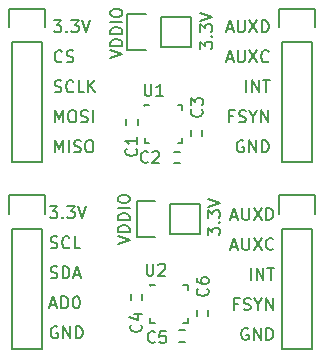
<source format=gto>
%TF.GenerationSoftware,KiCad,Pcbnew,4.0.4+e1-6308~48~ubuntu16.04.1-stable*%
%TF.CreationDate,2017-01-02T12:50:36-08:00*%
%TF.ProjectId,mpu9250-breakout,6D7075393235302D627265616B6F7574,v1.0*%
%TF.FileFunction,Legend,Top*%
%FSLAX46Y46*%
G04 Gerber Fmt 4.6, Leading zero omitted, Abs format (unit mm)*
G04 Created by KiCad (PCBNEW 4.0.4+e1-6308~48~ubuntu16.04.1-stable) date Mon Jan  2 12:50:36 2017*
%MOMM*%
%LPD*%
G01*
G04 APERTURE LIST*
%ADD10C,0.350000*%
%ADD11C,0.152400*%
%ADD12C,0.150000*%
G04 APERTURE END LIST*
D10*
D11*
X147906619Y-111075409D02*
X147906619Y-110446457D01*
X148293667Y-110785123D01*
X148293667Y-110639981D01*
X148342048Y-110543219D01*
X148390429Y-110494838D01*
X148487190Y-110446457D01*
X148729095Y-110446457D01*
X148825857Y-110494838D01*
X148874238Y-110543219D01*
X148922619Y-110639981D01*
X148922619Y-110930266D01*
X148874238Y-111027028D01*
X148825857Y-111075409D01*
X148825857Y-110011028D02*
X148874238Y-109962647D01*
X148922619Y-110011028D01*
X148874238Y-110059409D01*
X148825857Y-110011028D01*
X148922619Y-110011028D01*
X147906619Y-109623980D02*
X147906619Y-108995028D01*
X148293667Y-109333694D01*
X148293667Y-109188552D01*
X148342048Y-109091790D01*
X148390429Y-109043409D01*
X148487190Y-108995028D01*
X148729095Y-108995028D01*
X148825857Y-109043409D01*
X148874238Y-109091790D01*
X148922619Y-109188552D01*
X148922619Y-109478837D01*
X148874238Y-109575599D01*
X148825857Y-109623980D01*
X147906619Y-108704742D02*
X148922619Y-108366075D01*
X147906619Y-108027409D01*
X140286619Y-111856762D02*
X141302619Y-111518095D01*
X140286619Y-111179429D01*
X141302619Y-110840762D02*
X140286619Y-110840762D01*
X140286619Y-110598857D01*
X140335000Y-110453715D01*
X140431762Y-110356953D01*
X140528524Y-110308572D01*
X140722048Y-110260191D01*
X140867190Y-110260191D01*
X141060714Y-110308572D01*
X141157476Y-110356953D01*
X141254238Y-110453715D01*
X141302619Y-110598857D01*
X141302619Y-110840762D01*
X141302619Y-109824762D02*
X140286619Y-109824762D01*
X140286619Y-109582857D01*
X140335000Y-109437715D01*
X140431762Y-109340953D01*
X140528524Y-109292572D01*
X140722048Y-109244191D01*
X140867190Y-109244191D01*
X141060714Y-109292572D01*
X141157476Y-109340953D01*
X141254238Y-109437715D01*
X141302619Y-109582857D01*
X141302619Y-109824762D01*
X141302619Y-108808762D02*
X140286619Y-108808762D01*
X140286619Y-108131428D02*
X140286619Y-107937905D01*
X140335000Y-107841143D01*
X140431762Y-107744381D01*
X140625286Y-107696000D01*
X140963952Y-107696000D01*
X141157476Y-107744381D01*
X141254238Y-107841143D01*
X141302619Y-107937905D01*
X141302619Y-108131428D01*
X141254238Y-108228190D01*
X141157476Y-108324952D01*
X140963952Y-108373333D01*
X140625286Y-108373333D01*
X140431762Y-108324952D01*
X140335000Y-108228190D01*
X140286619Y-108131428D01*
X151547286Y-114886619D02*
X151547286Y-113870619D01*
X152031096Y-114886619D02*
X152031096Y-113870619D01*
X152611667Y-114886619D01*
X152611667Y-113870619D01*
X152950334Y-113870619D02*
X153530905Y-113870619D01*
X153240620Y-114886619D02*
X153240620Y-113870619D01*
X151305381Y-118999000D02*
X151208619Y-118950619D01*
X151063476Y-118950619D01*
X150918334Y-118999000D01*
X150821572Y-119095762D01*
X150773191Y-119192524D01*
X150724810Y-119386048D01*
X150724810Y-119531190D01*
X150773191Y-119724714D01*
X150821572Y-119821476D01*
X150918334Y-119918238D01*
X151063476Y-119966619D01*
X151160238Y-119966619D01*
X151305381Y-119918238D01*
X151353762Y-119869857D01*
X151353762Y-119531190D01*
X151160238Y-119531190D01*
X151789191Y-119966619D02*
X151789191Y-118950619D01*
X152369762Y-119966619D01*
X152369762Y-118950619D01*
X152853572Y-119966619D02*
X152853572Y-118950619D01*
X153095477Y-118950619D01*
X153240619Y-118999000D01*
X153337381Y-119095762D01*
X153385762Y-119192524D01*
X153434143Y-119386048D01*
X153434143Y-119531190D01*
X153385762Y-119724714D01*
X153337381Y-119821476D01*
X153240619Y-119918238D01*
X153095477Y-119966619D01*
X152853572Y-119966619D01*
X150458714Y-116894429D02*
X150120048Y-116894429D01*
X150120048Y-117426619D02*
X150120048Y-116410619D01*
X150603857Y-116410619D01*
X150942524Y-117378238D02*
X151087667Y-117426619D01*
X151329571Y-117426619D01*
X151426333Y-117378238D01*
X151474714Y-117329857D01*
X151523095Y-117233095D01*
X151523095Y-117136333D01*
X151474714Y-117039571D01*
X151426333Y-116991190D01*
X151329571Y-116942810D01*
X151136048Y-116894429D01*
X151039286Y-116846048D01*
X150990905Y-116797667D01*
X150942524Y-116700905D01*
X150942524Y-116604143D01*
X150990905Y-116507381D01*
X151039286Y-116459000D01*
X151136048Y-116410619D01*
X151377952Y-116410619D01*
X151523095Y-116459000D01*
X152152048Y-116942810D02*
X152152048Y-117426619D01*
X151813381Y-116410619D02*
X152152048Y-116942810D01*
X152490714Y-116410619D01*
X152829381Y-117426619D02*
X152829381Y-116410619D01*
X153409952Y-117426619D01*
X153409952Y-116410619D01*
X149902334Y-109516333D02*
X150386143Y-109516333D01*
X149805572Y-109806619D02*
X150144239Y-108790619D01*
X150482905Y-109806619D01*
X150821572Y-108790619D02*
X150821572Y-109613095D01*
X150869953Y-109709857D01*
X150918334Y-109758238D01*
X151015096Y-109806619D01*
X151208619Y-109806619D01*
X151305381Y-109758238D01*
X151353762Y-109709857D01*
X151402143Y-109613095D01*
X151402143Y-108790619D01*
X151789191Y-108790619D02*
X152466524Y-109806619D01*
X152466524Y-108790619D02*
X151789191Y-109806619D01*
X152853572Y-109806619D02*
X152853572Y-108790619D01*
X153095477Y-108790619D01*
X153240619Y-108839000D01*
X153337381Y-108935762D01*
X153385762Y-109032524D01*
X153434143Y-109226048D01*
X153434143Y-109371190D01*
X153385762Y-109564714D01*
X153337381Y-109661476D01*
X153240619Y-109758238D01*
X153095477Y-109806619D01*
X152853572Y-109806619D01*
X149902334Y-112056333D02*
X150386143Y-112056333D01*
X149805572Y-112346619D02*
X150144239Y-111330619D01*
X150482905Y-112346619D01*
X150821572Y-111330619D02*
X150821572Y-112153095D01*
X150869953Y-112249857D01*
X150918334Y-112298238D01*
X151015096Y-112346619D01*
X151208619Y-112346619D01*
X151305381Y-112298238D01*
X151353762Y-112249857D01*
X151402143Y-112153095D01*
X151402143Y-111330619D01*
X151789191Y-111330619D02*
X152466524Y-112346619D01*
X152466524Y-111330619D02*
X151789191Y-112346619D01*
X153434143Y-112249857D02*
X153385762Y-112298238D01*
X153240619Y-112346619D01*
X153143857Y-112346619D01*
X152998715Y-112298238D01*
X152901953Y-112201476D01*
X152853572Y-112104714D01*
X152805191Y-111911190D01*
X152805191Y-111766048D01*
X152853572Y-111572524D01*
X152901953Y-111475762D01*
X152998715Y-111379000D01*
X153143857Y-111330619D01*
X153240619Y-111330619D01*
X153385762Y-111379000D01*
X153434143Y-111427381D01*
X134586739Y-117009333D02*
X135070548Y-117009333D01*
X134489977Y-117299619D02*
X134828644Y-116283619D01*
X135167310Y-117299619D01*
X135505977Y-117299619D02*
X135505977Y-116283619D01*
X135747882Y-116283619D01*
X135893024Y-116332000D01*
X135989786Y-116428762D01*
X136038167Y-116525524D01*
X136086548Y-116719048D01*
X136086548Y-116864190D01*
X136038167Y-117057714D01*
X135989786Y-117154476D01*
X135893024Y-117251238D01*
X135747882Y-117299619D01*
X135505977Y-117299619D01*
X136715501Y-116283619D02*
X136812262Y-116283619D01*
X136909024Y-116332000D01*
X136957405Y-116380381D01*
X137005786Y-116477143D01*
X137054167Y-116670667D01*
X137054167Y-116912571D01*
X137005786Y-117106095D01*
X136957405Y-117202857D01*
X136909024Y-117251238D01*
X136812262Y-117299619D01*
X136715501Y-117299619D01*
X136618739Y-117251238D01*
X136570358Y-117202857D01*
X136521977Y-117106095D01*
X136473596Y-116912571D01*
X136473596Y-116670667D01*
X136521977Y-116477143D01*
X136570358Y-116380381D01*
X136618739Y-116332000D01*
X136715501Y-116283619D01*
X135167310Y-118872000D02*
X135070548Y-118823619D01*
X134925405Y-118823619D01*
X134780263Y-118872000D01*
X134683501Y-118968762D01*
X134635120Y-119065524D01*
X134586739Y-119259048D01*
X134586739Y-119404190D01*
X134635120Y-119597714D01*
X134683501Y-119694476D01*
X134780263Y-119791238D01*
X134925405Y-119839619D01*
X135022167Y-119839619D01*
X135167310Y-119791238D01*
X135215691Y-119742857D01*
X135215691Y-119404190D01*
X135022167Y-119404190D01*
X135651120Y-119839619D02*
X135651120Y-118823619D01*
X136231691Y-119839619D01*
X136231691Y-118823619D01*
X136715501Y-119839619D02*
X136715501Y-118823619D01*
X136957406Y-118823619D01*
X137102548Y-118872000D01*
X137199310Y-118968762D01*
X137247691Y-119065524D01*
X137296072Y-119259048D01*
X137296072Y-119404190D01*
X137247691Y-119597714D01*
X137199310Y-119694476D01*
X137102548Y-119791238D01*
X136957406Y-119839619D01*
X136715501Y-119839619D01*
X134586739Y-114711238D02*
X134731882Y-114759619D01*
X134973786Y-114759619D01*
X135070548Y-114711238D01*
X135118929Y-114662857D01*
X135167310Y-114566095D01*
X135167310Y-114469333D01*
X135118929Y-114372571D01*
X135070548Y-114324190D01*
X134973786Y-114275810D01*
X134780263Y-114227429D01*
X134683501Y-114179048D01*
X134635120Y-114130667D01*
X134586739Y-114033905D01*
X134586739Y-113937143D01*
X134635120Y-113840381D01*
X134683501Y-113792000D01*
X134780263Y-113743619D01*
X135022167Y-113743619D01*
X135167310Y-113792000D01*
X135602739Y-114759619D02*
X135602739Y-113743619D01*
X135844644Y-113743619D01*
X135989786Y-113792000D01*
X136086548Y-113888762D01*
X136134929Y-113985524D01*
X136183310Y-114179048D01*
X136183310Y-114324190D01*
X136134929Y-114517714D01*
X136086548Y-114614476D01*
X135989786Y-114711238D01*
X135844644Y-114759619D01*
X135602739Y-114759619D01*
X136570358Y-114469333D02*
X137054167Y-114469333D01*
X136473596Y-114759619D02*
X136812263Y-113743619D01*
X137150929Y-114759619D01*
X134538358Y-108663619D02*
X135167310Y-108663619D01*
X134828644Y-109050667D01*
X134973786Y-109050667D01*
X135070548Y-109099048D01*
X135118929Y-109147429D01*
X135167310Y-109244190D01*
X135167310Y-109486095D01*
X135118929Y-109582857D01*
X135070548Y-109631238D01*
X134973786Y-109679619D01*
X134683501Y-109679619D01*
X134586739Y-109631238D01*
X134538358Y-109582857D01*
X135602739Y-109582857D02*
X135651120Y-109631238D01*
X135602739Y-109679619D01*
X135554358Y-109631238D01*
X135602739Y-109582857D01*
X135602739Y-109679619D01*
X135989787Y-108663619D02*
X136618739Y-108663619D01*
X136280073Y-109050667D01*
X136425215Y-109050667D01*
X136521977Y-109099048D01*
X136570358Y-109147429D01*
X136618739Y-109244190D01*
X136618739Y-109486095D01*
X136570358Y-109582857D01*
X136521977Y-109631238D01*
X136425215Y-109679619D01*
X136134930Y-109679619D01*
X136038168Y-109631238D01*
X135989787Y-109582857D01*
X136909025Y-108663619D02*
X137247692Y-109679619D01*
X137586358Y-108663619D01*
X134586739Y-112171238D02*
X134731882Y-112219619D01*
X134973786Y-112219619D01*
X135070548Y-112171238D01*
X135118929Y-112122857D01*
X135167310Y-112026095D01*
X135167310Y-111929333D01*
X135118929Y-111832571D01*
X135070548Y-111784190D01*
X134973786Y-111735810D01*
X134780263Y-111687429D01*
X134683501Y-111639048D01*
X134635120Y-111590667D01*
X134586739Y-111493905D01*
X134586739Y-111397143D01*
X134635120Y-111300381D01*
X134683501Y-111252000D01*
X134780263Y-111203619D01*
X135022167Y-111203619D01*
X135167310Y-111252000D01*
X136183310Y-112122857D02*
X136134929Y-112171238D01*
X135989786Y-112219619D01*
X135893024Y-112219619D01*
X135747882Y-112171238D01*
X135651120Y-112074476D01*
X135602739Y-111977714D01*
X135554358Y-111784190D01*
X135554358Y-111639048D01*
X135602739Y-111445524D01*
X135651120Y-111348762D01*
X135747882Y-111252000D01*
X135893024Y-111203619D01*
X135989786Y-111203619D01*
X136134929Y-111252000D01*
X136183310Y-111300381D01*
X137102548Y-112219619D02*
X136618739Y-112219619D01*
X136618739Y-111203619D01*
X139651619Y-96108762D02*
X140667619Y-95770095D01*
X139651619Y-95431429D01*
X140667619Y-95092762D02*
X139651619Y-95092762D01*
X139651619Y-94850857D01*
X139700000Y-94705715D01*
X139796762Y-94608953D01*
X139893524Y-94560572D01*
X140087048Y-94512191D01*
X140232190Y-94512191D01*
X140425714Y-94560572D01*
X140522476Y-94608953D01*
X140619238Y-94705715D01*
X140667619Y-94850857D01*
X140667619Y-95092762D01*
X140667619Y-94076762D02*
X139651619Y-94076762D01*
X139651619Y-93834857D01*
X139700000Y-93689715D01*
X139796762Y-93592953D01*
X139893524Y-93544572D01*
X140087048Y-93496191D01*
X140232190Y-93496191D01*
X140425714Y-93544572D01*
X140522476Y-93592953D01*
X140619238Y-93689715D01*
X140667619Y-93834857D01*
X140667619Y-94076762D01*
X140667619Y-93060762D02*
X139651619Y-93060762D01*
X139651619Y-92383428D02*
X139651619Y-92189905D01*
X139700000Y-92093143D01*
X139796762Y-91996381D01*
X139990286Y-91948000D01*
X140328952Y-91948000D01*
X140522476Y-91996381D01*
X140619238Y-92093143D01*
X140667619Y-92189905D01*
X140667619Y-92383428D01*
X140619238Y-92480190D01*
X140522476Y-92576952D01*
X140328952Y-92625333D01*
X139990286Y-92625333D01*
X139796762Y-92576952D01*
X139700000Y-92480190D01*
X139651619Y-92383428D01*
X147271619Y-95327409D02*
X147271619Y-94698457D01*
X147658667Y-95037123D01*
X147658667Y-94891981D01*
X147707048Y-94795219D01*
X147755429Y-94746838D01*
X147852190Y-94698457D01*
X148094095Y-94698457D01*
X148190857Y-94746838D01*
X148239238Y-94795219D01*
X148287619Y-94891981D01*
X148287619Y-95182266D01*
X148239238Y-95279028D01*
X148190857Y-95327409D01*
X148190857Y-94263028D02*
X148239238Y-94214647D01*
X148287619Y-94263028D01*
X148239238Y-94311409D01*
X148190857Y-94263028D01*
X148287619Y-94263028D01*
X147271619Y-93875980D02*
X147271619Y-93247028D01*
X147658667Y-93585694D01*
X147658667Y-93440552D01*
X147707048Y-93343790D01*
X147755429Y-93295409D01*
X147852190Y-93247028D01*
X148094095Y-93247028D01*
X148190857Y-93295409D01*
X148239238Y-93343790D01*
X148287619Y-93440552D01*
X148287619Y-93730837D01*
X148239238Y-93827599D01*
X148190857Y-93875980D01*
X147271619Y-92956742D02*
X148287619Y-92618075D01*
X147271619Y-92279409D01*
X150077714Y-101019429D02*
X149739048Y-101019429D01*
X149739048Y-101551619D02*
X149739048Y-100535619D01*
X150222857Y-100535619D01*
X150561524Y-101503238D02*
X150706667Y-101551619D01*
X150948571Y-101551619D01*
X151045333Y-101503238D01*
X151093714Y-101454857D01*
X151142095Y-101358095D01*
X151142095Y-101261333D01*
X151093714Y-101164571D01*
X151045333Y-101116190D01*
X150948571Y-101067810D01*
X150755048Y-101019429D01*
X150658286Y-100971048D01*
X150609905Y-100922667D01*
X150561524Y-100825905D01*
X150561524Y-100729143D01*
X150609905Y-100632381D01*
X150658286Y-100584000D01*
X150755048Y-100535619D01*
X150996952Y-100535619D01*
X151142095Y-100584000D01*
X151771048Y-101067810D02*
X151771048Y-101551619D01*
X151432381Y-100535619D02*
X151771048Y-101067810D01*
X152109714Y-100535619D01*
X152448381Y-101551619D02*
X152448381Y-100535619D01*
X153028952Y-101551619D01*
X153028952Y-100535619D01*
X150924381Y-103124000D02*
X150827619Y-103075619D01*
X150682476Y-103075619D01*
X150537334Y-103124000D01*
X150440572Y-103220762D01*
X150392191Y-103317524D01*
X150343810Y-103511048D01*
X150343810Y-103656190D01*
X150392191Y-103849714D01*
X150440572Y-103946476D01*
X150537334Y-104043238D01*
X150682476Y-104091619D01*
X150779238Y-104091619D01*
X150924381Y-104043238D01*
X150972762Y-103994857D01*
X150972762Y-103656190D01*
X150779238Y-103656190D01*
X151408191Y-104091619D02*
X151408191Y-103075619D01*
X151988762Y-104091619D01*
X151988762Y-103075619D01*
X152472572Y-104091619D02*
X152472572Y-103075619D01*
X152714477Y-103075619D01*
X152859619Y-103124000D01*
X152956381Y-103220762D01*
X153004762Y-103317524D01*
X153053143Y-103511048D01*
X153053143Y-103656190D01*
X153004762Y-103849714D01*
X152956381Y-103946476D01*
X152859619Y-104043238D01*
X152714477Y-104091619D01*
X152472572Y-104091619D01*
X151166286Y-99011619D02*
X151166286Y-97995619D01*
X151650096Y-99011619D02*
X151650096Y-97995619D01*
X152230667Y-99011619D01*
X152230667Y-97995619D01*
X152569334Y-97995619D02*
X153149905Y-97995619D01*
X152859620Y-99011619D02*
X152859620Y-97995619D01*
X149521334Y-93641333D02*
X150005143Y-93641333D01*
X149424572Y-93931619D02*
X149763239Y-92915619D01*
X150101905Y-93931619D01*
X150440572Y-92915619D02*
X150440572Y-93738095D01*
X150488953Y-93834857D01*
X150537334Y-93883238D01*
X150634096Y-93931619D01*
X150827619Y-93931619D01*
X150924381Y-93883238D01*
X150972762Y-93834857D01*
X151021143Y-93738095D01*
X151021143Y-92915619D01*
X151408191Y-92915619D02*
X152085524Y-93931619D01*
X152085524Y-92915619D02*
X151408191Y-93931619D01*
X152472572Y-93931619D02*
X152472572Y-92915619D01*
X152714477Y-92915619D01*
X152859619Y-92964000D01*
X152956381Y-93060762D01*
X153004762Y-93157524D01*
X153053143Y-93351048D01*
X153053143Y-93496190D01*
X153004762Y-93689714D01*
X152956381Y-93786476D01*
X152859619Y-93883238D01*
X152714477Y-93931619D01*
X152472572Y-93931619D01*
X149521334Y-96181333D02*
X150005143Y-96181333D01*
X149424572Y-96471619D02*
X149763239Y-95455619D01*
X150101905Y-96471619D01*
X150440572Y-95455619D02*
X150440572Y-96278095D01*
X150488953Y-96374857D01*
X150537334Y-96423238D01*
X150634096Y-96471619D01*
X150827619Y-96471619D01*
X150924381Y-96423238D01*
X150972762Y-96374857D01*
X151021143Y-96278095D01*
X151021143Y-95455619D01*
X151408191Y-95455619D02*
X152085524Y-96471619D01*
X152085524Y-95455619D02*
X151408191Y-96471619D01*
X153053143Y-96374857D02*
X153004762Y-96423238D01*
X152859619Y-96471619D01*
X152762857Y-96471619D01*
X152617715Y-96423238D01*
X152520953Y-96326476D01*
X152472572Y-96229714D01*
X152424191Y-96036190D01*
X152424191Y-95891048D01*
X152472572Y-95697524D01*
X152520953Y-95600762D01*
X152617715Y-95504000D01*
X152762857Y-95455619D01*
X152859619Y-95455619D01*
X153004762Y-95504000D01*
X153053143Y-95552381D01*
X134982858Y-104091619D02*
X134982858Y-103075619D01*
X135321524Y-103801333D01*
X135660191Y-103075619D01*
X135660191Y-104091619D01*
X136144001Y-104091619D02*
X136144001Y-103075619D01*
X136579430Y-104043238D02*
X136724573Y-104091619D01*
X136966477Y-104091619D01*
X137063239Y-104043238D01*
X137111620Y-103994857D01*
X137160001Y-103898095D01*
X137160001Y-103801333D01*
X137111620Y-103704571D01*
X137063239Y-103656190D01*
X136966477Y-103607810D01*
X136772954Y-103559429D01*
X136676192Y-103511048D01*
X136627811Y-103462667D01*
X136579430Y-103365905D01*
X136579430Y-103269143D01*
X136627811Y-103172381D01*
X136676192Y-103124000D01*
X136772954Y-103075619D01*
X137014858Y-103075619D01*
X137160001Y-103124000D01*
X137788954Y-103075619D02*
X137982477Y-103075619D01*
X138079239Y-103124000D01*
X138176001Y-103220762D01*
X138224382Y-103414286D01*
X138224382Y-103752952D01*
X138176001Y-103946476D01*
X138079239Y-104043238D01*
X137982477Y-104091619D01*
X137788954Y-104091619D01*
X137692192Y-104043238D01*
X137595430Y-103946476D01*
X137547049Y-103752952D01*
X137547049Y-103414286D01*
X137595430Y-103220762D01*
X137692192Y-103124000D01*
X137788954Y-103075619D01*
X134982858Y-101551619D02*
X134982858Y-100535619D01*
X135321524Y-101261333D01*
X135660191Y-100535619D01*
X135660191Y-101551619D01*
X136337525Y-100535619D02*
X136531048Y-100535619D01*
X136627810Y-100584000D01*
X136724572Y-100680762D01*
X136772953Y-100874286D01*
X136772953Y-101212952D01*
X136724572Y-101406476D01*
X136627810Y-101503238D01*
X136531048Y-101551619D01*
X136337525Y-101551619D01*
X136240763Y-101503238D01*
X136144001Y-101406476D01*
X136095620Y-101212952D01*
X136095620Y-100874286D01*
X136144001Y-100680762D01*
X136240763Y-100584000D01*
X136337525Y-100535619D01*
X137160001Y-101503238D02*
X137305144Y-101551619D01*
X137547048Y-101551619D01*
X137643810Y-101503238D01*
X137692191Y-101454857D01*
X137740572Y-101358095D01*
X137740572Y-101261333D01*
X137692191Y-101164571D01*
X137643810Y-101116190D01*
X137547048Y-101067810D01*
X137353525Y-101019429D01*
X137256763Y-100971048D01*
X137208382Y-100922667D01*
X137160001Y-100825905D01*
X137160001Y-100729143D01*
X137208382Y-100632381D01*
X137256763Y-100584000D01*
X137353525Y-100535619D01*
X137595429Y-100535619D01*
X137740572Y-100584000D01*
X138176001Y-101551619D02*
X138176001Y-100535619D01*
X134934477Y-98963238D02*
X135079620Y-99011619D01*
X135321524Y-99011619D01*
X135418286Y-98963238D01*
X135466667Y-98914857D01*
X135515048Y-98818095D01*
X135515048Y-98721333D01*
X135466667Y-98624571D01*
X135418286Y-98576190D01*
X135321524Y-98527810D01*
X135128001Y-98479429D01*
X135031239Y-98431048D01*
X134982858Y-98382667D01*
X134934477Y-98285905D01*
X134934477Y-98189143D01*
X134982858Y-98092381D01*
X135031239Y-98044000D01*
X135128001Y-97995619D01*
X135369905Y-97995619D01*
X135515048Y-98044000D01*
X136531048Y-98914857D02*
X136482667Y-98963238D01*
X136337524Y-99011619D01*
X136240762Y-99011619D01*
X136095620Y-98963238D01*
X135998858Y-98866476D01*
X135950477Y-98769714D01*
X135902096Y-98576190D01*
X135902096Y-98431048D01*
X135950477Y-98237524D01*
X135998858Y-98140762D01*
X136095620Y-98044000D01*
X136240762Y-97995619D01*
X136337524Y-97995619D01*
X136482667Y-98044000D01*
X136531048Y-98092381D01*
X137450286Y-99011619D02*
X136966477Y-99011619D01*
X136966477Y-97995619D01*
X137788953Y-99011619D02*
X137788953Y-97995619D01*
X138369524Y-99011619D02*
X137934096Y-98431048D01*
X138369524Y-97995619D02*
X137788953Y-98576190D01*
X135563429Y-96374857D02*
X135515048Y-96423238D01*
X135369905Y-96471619D01*
X135273143Y-96471619D01*
X135128001Y-96423238D01*
X135031239Y-96326476D01*
X134982858Y-96229714D01*
X134934477Y-96036190D01*
X134934477Y-95891048D01*
X134982858Y-95697524D01*
X135031239Y-95600762D01*
X135128001Y-95504000D01*
X135273143Y-95455619D01*
X135369905Y-95455619D01*
X135515048Y-95504000D01*
X135563429Y-95552381D01*
X135950477Y-96423238D02*
X136095620Y-96471619D01*
X136337524Y-96471619D01*
X136434286Y-96423238D01*
X136482667Y-96374857D01*
X136531048Y-96278095D01*
X136531048Y-96181333D01*
X136482667Y-96084571D01*
X136434286Y-96036190D01*
X136337524Y-95987810D01*
X136144001Y-95939429D01*
X136047239Y-95891048D01*
X135998858Y-95842667D01*
X135950477Y-95745905D01*
X135950477Y-95649143D01*
X135998858Y-95552381D01*
X136047239Y-95504000D01*
X136144001Y-95455619D01*
X136385905Y-95455619D01*
X136531048Y-95504000D01*
X134886096Y-92915619D02*
X135515048Y-92915619D01*
X135176382Y-93302667D01*
X135321524Y-93302667D01*
X135418286Y-93351048D01*
X135466667Y-93399429D01*
X135515048Y-93496190D01*
X135515048Y-93738095D01*
X135466667Y-93834857D01*
X135418286Y-93883238D01*
X135321524Y-93931619D01*
X135031239Y-93931619D01*
X134934477Y-93883238D01*
X134886096Y-93834857D01*
X135950477Y-93834857D02*
X135998858Y-93883238D01*
X135950477Y-93931619D01*
X135902096Y-93883238D01*
X135950477Y-93834857D01*
X135950477Y-93931619D01*
X136337525Y-92915619D02*
X136966477Y-92915619D01*
X136627811Y-93302667D01*
X136772953Y-93302667D01*
X136869715Y-93351048D01*
X136918096Y-93399429D01*
X136966477Y-93496190D01*
X136966477Y-93738095D01*
X136918096Y-93834857D01*
X136869715Y-93883238D01*
X136772953Y-93931619D01*
X136482668Y-93931619D01*
X136385906Y-93883238D01*
X136337525Y-93834857D01*
X137256763Y-92915619D02*
X137595430Y-93931619D01*
X137934096Y-92915619D01*
X143105000Y-115325500D02*
G75*
G03X143105000Y-115325500I-63500J0D01*
G01*
D12*
X143029000Y-118513000D02*
X143029000Y-118113000D01*
X143029000Y-118513000D02*
X143429000Y-118513000D01*
X146229000Y-118513000D02*
X146229000Y-118113000D01*
X146229000Y-118513000D02*
X145829000Y-118513000D01*
X146229000Y-115313000D02*
X146229000Y-115713000D01*
X146229000Y-115313000D02*
X145829000Y-115313000D01*
X143029000Y-115313000D02*
X143429000Y-115313000D01*
X141953000Y-101739600D02*
X141953000Y-101239600D01*
X141003000Y-101239600D02*
X141003000Y-101739600D01*
X145538000Y-104046000D02*
X145038000Y-104046000D01*
X145038000Y-104996000D02*
X145538000Y-104996000D01*
X146489400Y-102204800D02*
X146489400Y-102704800D01*
X147439400Y-102704800D02*
X147439400Y-102204800D01*
X131038000Y-93472000D02*
X131038000Y-91922000D01*
X131038000Y-91922000D02*
X134138000Y-91922000D01*
X134138000Y-91922000D02*
X134138000Y-93472000D01*
X133858000Y-94742000D02*
X133858000Y-104902000D01*
X133858000Y-104902000D02*
X131318000Y-104902000D01*
X131318000Y-104902000D02*
X131318000Y-94742000D01*
X133858000Y-94742000D02*
X131318000Y-94742000D01*
X153898000Y-93472000D02*
X153898000Y-91922000D01*
X153898000Y-91922000D02*
X156998000Y-91922000D01*
X156998000Y-91922000D02*
X156998000Y-93472000D01*
X156718000Y-94742000D02*
X156718000Y-104902000D01*
X156718000Y-104902000D02*
X154178000Y-104902000D01*
X154178000Y-104902000D02*
X154178000Y-94742000D01*
X156718000Y-94742000D02*
X154178000Y-94742000D01*
X143916400Y-92608400D02*
X146456400Y-92608400D01*
X141096400Y-92328400D02*
X142646400Y-92328400D01*
X143916400Y-92608400D02*
X143916400Y-95148400D01*
X142646400Y-95428400D02*
X141096400Y-95428400D01*
X141096400Y-95428400D02*
X141096400Y-92328400D01*
X143916400Y-95148400D02*
X146456400Y-95148400D01*
X146456400Y-95148400D02*
X146456400Y-92608400D01*
D11*
X142621000Y-100115500D02*
G75*
G03X142621000Y-100115500I-63500J0D01*
G01*
D12*
X142545000Y-103303000D02*
X142545000Y-102903000D01*
X142545000Y-103303000D02*
X142945000Y-103303000D01*
X145745000Y-103303000D02*
X145745000Y-102903000D01*
X145745000Y-103303000D02*
X145345000Y-103303000D01*
X145745000Y-100103000D02*
X145745000Y-100503000D01*
X145745000Y-100103000D02*
X145345000Y-100103000D01*
X142545000Y-100103000D02*
X142945000Y-100103000D01*
X142334000Y-116540000D02*
X142334000Y-116040000D01*
X141384000Y-116040000D02*
X141384000Y-116540000D01*
X145961000Y-119159000D02*
X145461000Y-119159000D01*
X145461000Y-120109000D02*
X145961000Y-120109000D01*
X146972000Y-117394000D02*
X146972000Y-117894000D01*
X147922000Y-117894000D02*
X147922000Y-117394000D01*
X153898000Y-109263201D02*
X153898000Y-107713201D01*
X153898000Y-107713201D02*
X156998000Y-107713201D01*
X156998000Y-107713201D02*
X156998000Y-109263201D01*
X156718000Y-110533201D02*
X156718000Y-120693201D01*
X156718000Y-120693201D02*
X154178000Y-120693201D01*
X154178000Y-120693201D02*
X154178000Y-110533201D01*
X156718000Y-110533201D02*
X154178000Y-110533201D01*
X131038000Y-109263201D02*
X131038000Y-107713201D01*
X131038000Y-107713201D02*
X134138000Y-107713201D01*
X134138000Y-107713201D02*
X134138000Y-109263201D01*
X133858000Y-110533201D02*
X133858000Y-120693201D01*
X133858000Y-120693201D02*
X131318000Y-120693201D01*
X131318000Y-120693201D02*
X131318000Y-110533201D01*
X133858000Y-110533201D02*
X131318000Y-110533201D01*
X144716500Y-108458000D02*
X147256500Y-108458000D01*
X141896500Y-108178000D02*
X143446500Y-108178000D01*
X144716500Y-108458000D02*
X144716500Y-110998000D01*
X143446500Y-111278000D02*
X141896500Y-111278000D01*
X141896500Y-111278000D02*
X141896500Y-108178000D01*
X144716500Y-110998000D02*
X147256500Y-110998000D01*
X147256500Y-110998000D02*
X147256500Y-108458000D01*
X142724095Y-113507881D02*
X142724095Y-114317405D01*
X142771714Y-114412643D01*
X142819333Y-114460262D01*
X142914571Y-114507881D01*
X143105048Y-114507881D01*
X143200286Y-114460262D01*
X143247905Y-114412643D01*
X143295524Y-114317405D01*
X143295524Y-113507881D01*
X143724095Y-113603119D02*
X143771714Y-113555500D01*
X143866952Y-113507881D01*
X144105048Y-113507881D01*
X144200286Y-113555500D01*
X144247905Y-113603119D01*
X144295524Y-113698357D01*
X144295524Y-113793595D01*
X144247905Y-113936452D01*
X143676476Y-114507881D01*
X144295524Y-114507881D01*
X141835143Y-103773266D02*
X141882762Y-103820885D01*
X141930381Y-103963742D01*
X141930381Y-104058980D01*
X141882762Y-104201838D01*
X141787524Y-104297076D01*
X141692286Y-104344695D01*
X141501810Y-104392314D01*
X141358952Y-104392314D01*
X141168476Y-104344695D01*
X141073238Y-104297076D01*
X140978000Y-104201838D01*
X140930381Y-104058980D01*
X140930381Y-103963742D01*
X140978000Y-103820885D01*
X141025619Y-103773266D01*
X141930381Y-102820885D02*
X141930381Y-103392314D01*
X141930381Y-103106600D02*
X140930381Y-103106600D01*
X141073238Y-103201838D01*
X141168476Y-103297076D01*
X141216095Y-103392314D01*
X142835334Y-104878143D02*
X142787715Y-104925762D01*
X142644858Y-104973381D01*
X142549620Y-104973381D01*
X142406762Y-104925762D01*
X142311524Y-104830524D01*
X142263905Y-104735286D01*
X142216286Y-104544810D01*
X142216286Y-104401952D01*
X142263905Y-104211476D01*
X142311524Y-104116238D01*
X142406762Y-104021000D01*
X142549620Y-103973381D01*
X142644858Y-103973381D01*
X142787715Y-104021000D01*
X142835334Y-104068619D01*
X143216286Y-104068619D02*
X143263905Y-104021000D01*
X143359143Y-103973381D01*
X143597239Y-103973381D01*
X143692477Y-104021000D01*
X143740096Y-104068619D01*
X143787715Y-104163857D01*
X143787715Y-104259095D01*
X143740096Y-104401952D01*
X143168667Y-104973381D01*
X143787715Y-104973381D01*
X147372343Y-100445866D02*
X147419962Y-100493485D01*
X147467581Y-100636342D01*
X147467581Y-100731580D01*
X147419962Y-100874438D01*
X147324724Y-100969676D01*
X147229486Y-101017295D01*
X147039010Y-101064914D01*
X146896152Y-101064914D01*
X146705676Y-101017295D01*
X146610438Y-100969676D01*
X146515200Y-100874438D01*
X146467581Y-100731580D01*
X146467581Y-100636342D01*
X146515200Y-100493485D01*
X146562819Y-100445866D01*
X146467581Y-100112533D02*
X146467581Y-99493485D01*
X146848533Y-99826819D01*
X146848533Y-99683961D01*
X146896152Y-99588723D01*
X146943771Y-99541104D01*
X147039010Y-99493485D01*
X147277105Y-99493485D01*
X147372343Y-99541104D01*
X147419962Y-99588723D01*
X147467581Y-99683961D01*
X147467581Y-99969676D01*
X147419962Y-100064914D01*
X147372343Y-100112533D01*
X142544895Y-98297881D02*
X142544895Y-99107405D01*
X142592514Y-99202643D01*
X142640133Y-99250262D01*
X142735371Y-99297881D01*
X142925848Y-99297881D01*
X143021086Y-99250262D01*
X143068705Y-99202643D01*
X143116324Y-99107405D01*
X143116324Y-98297881D01*
X144116324Y-99297881D02*
X143544895Y-99297881D01*
X143830609Y-99297881D02*
X143830609Y-98297881D01*
X143735371Y-98440738D01*
X143640133Y-98535976D01*
X143544895Y-98583595D01*
X142216143Y-118657666D02*
X142263762Y-118705285D01*
X142311381Y-118848142D01*
X142311381Y-118943380D01*
X142263762Y-119086238D01*
X142168524Y-119181476D01*
X142073286Y-119229095D01*
X141882810Y-119276714D01*
X141739952Y-119276714D01*
X141549476Y-119229095D01*
X141454238Y-119181476D01*
X141359000Y-119086238D01*
X141311381Y-118943380D01*
X141311381Y-118848142D01*
X141359000Y-118705285D01*
X141406619Y-118657666D01*
X141644714Y-117800523D02*
X142311381Y-117800523D01*
X141263762Y-118038619D02*
X141978048Y-118276714D01*
X141978048Y-117657666D01*
X143427334Y-120118143D02*
X143379715Y-120165762D01*
X143236858Y-120213381D01*
X143141620Y-120213381D01*
X142998762Y-120165762D01*
X142903524Y-120070524D01*
X142855905Y-119975286D01*
X142808286Y-119784810D01*
X142808286Y-119641952D01*
X142855905Y-119451476D01*
X142903524Y-119356238D01*
X142998762Y-119261000D01*
X143141620Y-119213381D01*
X143236858Y-119213381D01*
X143379715Y-119261000D01*
X143427334Y-119308619D01*
X144332096Y-119213381D02*
X143855905Y-119213381D01*
X143808286Y-119689571D01*
X143855905Y-119641952D01*
X143951143Y-119594333D01*
X144189239Y-119594333D01*
X144284477Y-119641952D01*
X144332096Y-119689571D01*
X144379715Y-119784810D01*
X144379715Y-120022905D01*
X144332096Y-120118143D01*
X144284477Y-120165762D01*
X144189239Y-120213381D01*
X143951143Y-120213381D01*
X143855905Y-120165762D01*
X143808286Y-120118143D01*
X147867643Y-115609666D02*
X147915262Y-115657285D01*
X147962881Y-115800142D01*
X147962881Y-115895380D01*
X147915262Y-116038238D01*
X147820024Y-116133476D01*
X147724786Y-116181095D01*
X147534310Y-116228714D01*
X147391452Y-116228714D01*
X147200976Y-116181095D01*
X147105738Y-116133476D01*
X147010500Y-116038238D01*
X146962881Y-115895380D01*
X146962881Y-115800142D01*
X147010500Y-115657285D01*
X147058119Y-115609666D01*
X146962881Y-114752523D02*
X146962881Y-114943000D01*
X147010500Y-115038238D01*
X147058119Y-115085857D01*
X147200976Y-115181095D01*
X147391452Y-115228714D01*
X147772405Y-115228714D01*
X147867643Y-115181095D01*
X147915262Y-115133476D01*
X147962881Y-115038238D01*
X147962881Y-114847761D01*
X147915262Y-114752523D01*
X147867643Y-114704904D01*
X147772405Y-114657285D01*
X147534310Y-114657285D01*
X147439071Y-114704904D01*
X147391452Y-114752523D01*
X147343833Y-114847761D01*
X147343833Y-115038238D01*
X147391452Y-115133476D01*
X147439071Y-115181095D01*
X147534310Y-115228714D01*
M02*

</source>
